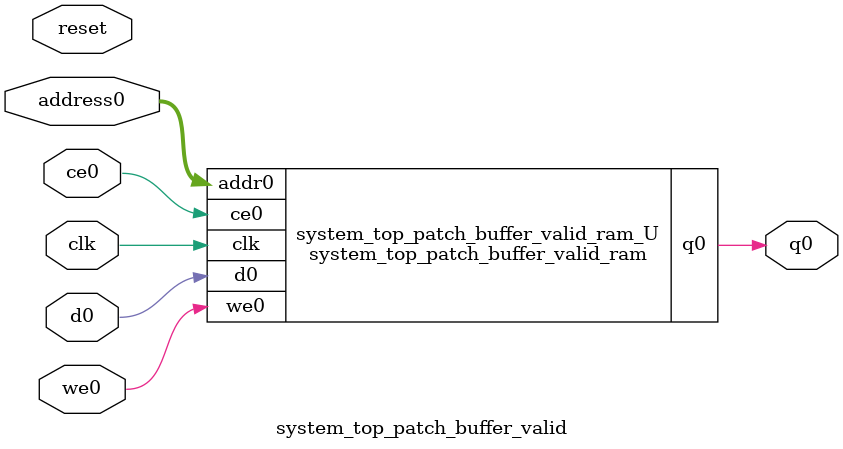
<source format=v>
`timescale 1 ns / 1 ps
module system_top_patch_buffer_valid_ram (addr0, ce0, d0, we0, q0,  clk);

parameter DWIDTH = 1;
parameter AWIDTH = 2;
parameter MEM_SIZE = 3;

input[AWIDTH-1:0] addr0;
input ce0;
input[DWIDTH-1:0] d0;
input we0;
output reg[DWIDTH-1:0] q0;
input clk;

reg [DWIDTH-1:0] ram[0:MEM_SIZE-1];




always @(posedge clk)  
begin 
    if (ce0) begin
        if (we0) 
            ram[addr0] <= d0; 
        q0 <= ram[addr0];
    end
end


endmodule

`timescale 1 ns / 1 ps
module system_top_patch_buffer_valid(
    reset,
    clk,
    address0,
    ce0,
    we0,
    d0,
    q0);

parameter DataWidth = 32'd1;
parameter AddressRange = 32'd3;
parameter AddressWidth = 32'd2;
input reset;
input clk;
input[AddressWidth - 1:0] address0;
input ce0;
input we0;
input[DataWidth - 1:0] d0;
output[DataWidth - 1:0] q0;



system_top_patch_buffer_valid_ram system_top_patch_buffer_valid_ram_U(
    .clk( clk ),
    .addr0( address0 ),
    .ce0( ce0 ),
    .we0( we0 ),
    .d0( d0 ),
    .q0( q0 ));

endmodule


</source>
